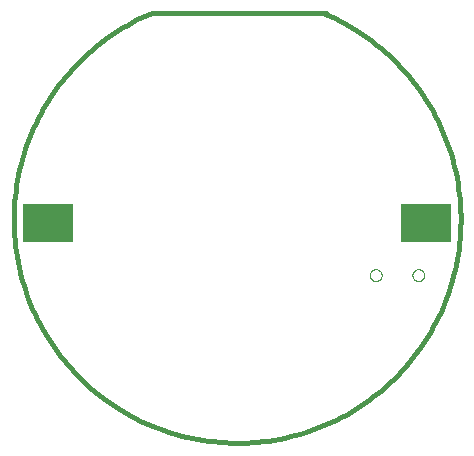
<source format=gbp>
G75*
%MOIN*%
%OFA0B0*%
%FSLAX25Y25*%
%IPPOS*%
%LPD*%
%AMOC8*
5,1,8,0,0,1.08239X$1,22.5*
%
%ADD10C,0.01600*%
%ADD11R,0.17000X0.12800*%
%ADD12C,0.00000*%
D10*
X0059923Y0145895D02*
X0058243Y0145181D01*
X0056581Y0144427D01*
X0054938Y0143632D01*
X0053314Y0142797D01*
X0051712Y0141922D01*
X0050132Y0141008D01*
X0048574Y0140056D01*
X0047041Y0139066D01*
X0045532Y0138039D01*
X0044048Y0136975D01*
X0042591Y0135875D01*
X0041162Y0134740D01*
X0039761Y0133569D01*
X0038389Y0132365D01*
X0037047Y0131128D01*
X0035735Y0129858D01*
X0034455Y0128557D01*
X0033208Y0127224D01*
X0031993Y0125861D01*
X0030812Y0124469D01*
X0029666Y0123048D01*
X0028555Y0121600D01*
X0027480Y0120125D01*
X0026441Y0118624D01*
X0025439Y0117098D01*
X0024475Y0115548D01*
X0023549Y0113974D01*
X0022662Y0112379D01*
X0021815Y0110762D01*
X0021007Y0109125D01*
X0020240Y0107469D01*
X0019513Y0105794D01*
X0018828Y0104102D01*
X0018185Y0102394D01*
X0017583Y0100670D01*
X0017024Y0098933D01*
X0016508Y0097182D01*
X0016035Y0095419D01*
X0015605Y0093644D01*
X0015218Y0091860D01*
X0014876Y0090067D01*
X0014578Y0088266D01*
X0014324Y0086459D01*
X0014114Y0084645D01*
X0013949Y0082827D01*
X0013828Y0081006D01*
X0013752Y0079182D01*
X0013721Y0077357D01*
X0013734Y0075531D01*
X0013793Y0073707D01*
X0013896Y0071884D01*
X0014043Y0070065D01*
X0014235Y0068249D01*
X0014472Y0066439D01*
X0014753Y0064636D01*
X0015078Y0062839D01*
X0015447Y0061052D01*
X0015860Y0059273D01*
X0016316Y0057506D01*
X0016815Y0055750D01*
X0017357Y0054007D01*
X0017942Y0052278D01*
X0018569Y0050563D01*
X0019238Y0048865D01*
X0019948Y0047183D01*
X0020699Y0045519D01*
X0021491Y0043874D01*
X0022323Y0042249D01*
X0023194Y0040645D01*
X0024105Y0039063D01*
X0025054Y0037504D01*
X0026040Y0035968D01*
X0027065Y0034457D01*
X0028126Y0032972D01*
X0029223Y0031513D01*
X0030355Y0030081D01*
X0031523Y0028677D01*
X0032724Y0027303D01*
X0033958Y0025958D01*
X0035226Y0024644D01*
X0036525Y0023362D01*
X0037855Y0022112D01*
X0039215Y0020894D01*
X0040605Y0019711D01*
X0042023Y0018562D01*
X0043469Y0017448D01*
X0044942Y0016369D01*
X0046441Y0015327D01*
X0047965Y0014323D01*
X0049513Y0013355D01*
X0051085Y0012427D01*
X0052679Y0011536D01*
X0054294Y0010686D01*
X0055929Y0009875D01*
X0057584Y0009104D01*
X0059257Y0008374D01*
X0060948Y0007686D01*
X0062655Y0007039D01*
X0064377Y0006434D01*
X0066114Y0005871D01*
X0067864Y0005351D01*
X0069626Y0004875D01*
X0071399Y0004441D01*
X0073182Y0004051D01*
X0074975Y0003705D01*
X0076775Y0003403D01*
X0078582Y0003146D01*
X0080395Y0002932D01*
X0082213Y0002763D01*
X0084034Y0002639D01*
X0085858Y0002560D01*
X0087683Y0002525D01*
X0089508Y0002535D01*
X0091333Y0002589D01*
X0093156Y0002689D01*
X0094976Y0002832D01*
X0096791Y0003021D01*
X0098602Y0003254D01*
X0100406Y0003531D01*
X0102203Y0003853D01*
X0103992Y0004218D01*
X0105771Y0004627D01*
X0107539Y0005080D01*
X0109296Y0005575D01*
X0111040Y0006114D01*
X0112771Y0006695D01*
X0114486Y0007319D01*
X0116186Y0007984D01*
X0117869Y0008691D01*
X0119534Y0009439D01*
X0121181Y0010227D01*
X0122807Y0011056D01*
X0124413Y0011924D01*
X0125997Y0012832D01*
X0127558Y0013777D01*
X0129096Y0014761D01*
X0130609Y0015782D01*
X0132097Y0016840D01*
X0133558Y0017935D01*
X0134992Y0019064D01*
X0136398Y0020229D01*
X0137775Y0021427D01*
X0139122Y0022659D01*
X0140438Y0023924D01*
X0141723Y0025220D01*
X0142976Y0026548D01*
X0144196Y0027906D01*
X0145383Y0029293D01*
X0146535Y0030709D01*
X0147652Y0032153D01*
X0148733Y0033624D01*
X0149778Y0035121D01*
X0150786Y0036643D01*
X0151756Y0038189D01*
X0152688Y0039758D01*
X0153581Y0041350D01*
X0154435Y0042964D01*
X0155249Y0044598D01*
X0156023Y0046251D01*
X0156757Y0047923D01*
X0157449Y0049612D01*
X0158099Y0051318D01*
X0158707Y0053039D01*
X0159273Y0054774D01*
X0159797Y0056523D01*
X0160277Y0058284D01*
X0160714Y0060057D01*
X0161107Y0061839D01*
X0161457Y0063631D01*
X0161762Y0065430D01*
X0162024Y0067237D01*
X0162241Y0069050D01*
X0162413Y0070867D01*
X0162541Y0072688D01*
X0162625Y0074511D01*
X0162663Y0076337D01*
X0162657Y0078162D01*
X0162606Y0079987D01*
X0162510Y0081810D01*
X0162370Y0083630D01*
X0162185Y0085446D01*
X0161956Y0087257D01*
X0161682Y0089062D01*
X0161364Y0090859D01*
X0161003Y0092649D01*
X0160597Y0094428D01*
X0160148Y0096198D01*
X0159656Y0097956D01*
X0159121Y0099701D01*
X0158543Y0101432D01*
X0157923Y0103149D01*
X0157261Y0104851D01*
X0156557Y0106535D01*
X0155813Y0108202D01*
X0155028Y0109850D01*
X0154202Y0111478D01*
X0153337Y0113086D01*
X0152433Y0114671D01*
X0151490Y0116235D01*
X0150510Y0117774D01*
X0149491Y0119289D01*
X0148436Y0120779D01*
X0147345Y0122242D01*
X0146218Y0123679D01*
X0145057Y0125087D01*
X0143861Y0126466D01*
X0142632Y0127816D01*
X0141370Y0129135D01*
X0140076Y0130422D01*
X0138751Y0131678D01*
X0137396Y0132901D01*
X0136011Y0134090D01*
X0134597Y0135245D01*
X0133155Y0136365D01*
X0131687Y0137449D01*
X0130192Y0138497D01*
X0128672Y0139508D01*
X0127128Y0140481D01*
X0125560Y0141416D01*
X0123970Y0142313D01*
X0122358Y0143170D01*
X0120726Y0143987D01*
X0119074Y0144765D01*
X0117404Y0145501D01*
X0117798Y0145894D02*
X0059924Y0145894D01*
D11*
X0025081Y0075737D03*
X0151066Y0075737D03*
D12*
X0146616Y0058375D02*
X0146618Y0058463D01*
X0146624Y0058551D01*
X0146634Y0058639D01*
X0146648Y0058727D01*
X0146665Y0058813D01*
X0146687Y0058899D01*
X0146712Y0058983D01*
X0146742Y0059067D01*
X0146774Y0059149D01*
X0146811Y0059229D01*
X0146851Y0059308D01*
X0146895Y0059385D01*
X0146942Y0059460D01*
X0146992Y0059532D01*
X0147046Y0059603D01*
X0147102Y0059670D01*
X0147162Y0059736D01*
X0147224Y0059798D01*
X0147290Y0059858D01*
X0147357Y0059914D01*
X0147428Y0059968D01*
X0147500Y0060018D01*
X0147575Y0060065D01*
X0147652Y0060109D01*
X0147731Y0060149D01*
X0147811Y0060186D01*
X0147893Y0060218D01*
X0147977Y0060248D01*
X0148061Y0060273D01*
X0148147Y0060295D01*
X0148233Y0060312D01*
X0148321Y0060326D01*
X0148409Y0060336D01*
X0148497Y0060342D01*
X0148585Y0060344D01*
X0148673Y0060342D01*
X0148761Y0060336D01*
X0148849Y0060326D01*
X0148937Y0060312D01*
X0149023Y0060295D01*
X0149109Y0060273D01*
X0149193Y0060248D01*
X0149277Y0060218D01*
X0149359Y0060186D01*
X0149439Y0060149D01*
X0149518Y0060109D01*
X0149595Y0060065D01*
X0149670Y0060018D01*
X0149742Y0059968D01*
X0149813Y0059914D01*
X0149880Y0059858D01*
X0149946Y0059798D01*
X0150008Y0059736D01*
X0150068Y0059670D01*
X0150124Y0059603D01*
X0150178Y0059532D01*
X0150228Y0059460D01*
X0150275Y0059385D01*
X0150319Y0059308D01*
X0150359Y0059229D01*
X0150396Y0059149D01*
X0150428Y0059067D01*
X0150458Y0058983D01*
X0150483Y0058899D01*
X0150505Y0058813D01*
X0150522Y0058727D01*
X0150536Y0058639D01*
X0150546Y0058551D01*
X0150552Y0058463D01*
X0150554Y0058375D01*
X0150552Y0058287D01*
X0150546Y0058199D01*
X0150536Y0058111D01*
X0150522Y0058023D01*
X0150505Y0057937D01*
X0150483Y0057851D01*
X0150458Y0057767D01*
X0150428Y0057683D01*
X0150396Y0057601D01*
X0150359Y0057521D01*
X0150319Y0057442D01*
X0150275Y0057365D01*
X0150228Y0057290D01*
X0150178Y0057218D01*
X0150124Y0057147D01*
X0150068Y0057080D01*
X0150008Y0057014D01*
X0149946Y0056952D01*
X0149880Y0056892D01*
X0149813Y0056836D01*
X0149742Y0056782D01*
X0149670Y0056732D01*
X0149595Y0056685D01*
X0149518Y0056641D01*
X0149439Y0056601D01*
X0149359Y0056564D01*
X0149277Y0056532D01*
X0149193Y0056502D01*
X0149109Y0056477D01*
X0149023Y0056455D01*
X0148937Y0056438D01*
X0148849Y0056424D01*
X0148761Y0056414D01*
X0148673Y0056408D01*
X0148585Y0056406D01*
X0148497Y0056408D01*
X0148409Y0056414D01*
X0148321Y0056424D01*
X0148233Y0056438D01*
X0148147Y0056455D01*
X0148061Y0056477D01*
X0147977Y0056502D01*
X0147893Y0056532D01*
X0147811Y0056564D01*
X0147731Y0056601D01*
X0147652Y0056641D01*
X0147575Y0056685D01*
X0147500Y0056732D01*
X0147428Y0056782D01*
X0147357Y0056836D01*
X0147290Y0056892D01*
X0147224Y0056952D01*
X0147162Y0057014D01*
X0147102Y0057080D01*
X0147046Y0057147D01*
X0146992Y0057218D01*
X0146942Y0057290D01*
X0146895Y0057365D01*
X0146851Y0057442D01*
X0146811Y0057521D01*
X0146774Y0057601D01*
X0146742Y0057683D01*
X0146712Y0057767D01*
X0146687Y0057851D01*
X0146665Y0057937D01*
X0146648Y0058023D01*
X0146634Y0058111D01*
X0146624Y0058199D01*
X0146618Y0058287D01*
X0146616Y0058375D01*
X0132443Y0058375D02*
X0132445Y0058463D01*
X0132451Y0058551D01*
X0132461Y0058639D01*
X0132475Y0058727D01*
X0132492Y0058813D01*
X0132514Y0058899D01*
X0132539Y0058983D01*
X0132569Y0059067D01*
X0132601Y0059149D01*
X0132638Y0059229D01*
X0132678Y0059308D01*
X0132722Y0059385D01*
X0132769Y0059460D01*
X0132819Y0059532D01*
X0132873Y0059603D01*
X0132929Y0059670D01*
X0132989Y0059736D01*
X0133051Y0059798D01*
X0133117Y0059858D01*
X0133184Y0059914D01*
X0133255Y0059968D01*
X0133327Y0060018D01*
X0133402Y0060065D01*
X0133479Y0060109D01*
X0133558Y0060149D01*
X0133638Y0060186D01*
X0133720Y0060218D01*
X0133804Y0060248D01*
X0133888Y0060273D01*
X0133974Y0060295D01*
X0134060Y0060312D01*
X0134148Y0060326D01*
X0134236Y0060336D01*
X0134324Y0060342D01*
X0134412Y0060344D01*
X0134500Y0060342D01*
X0134588Y0060336D01*
X0134676Y0060326D01*
X0134764Y0060312D01*
X0134850Y0060295D01*
X0134936Y0060273D01*
X0135020Y0060248D01*
X0135104Y0060218D01*
X0135186Y0060186D01*
X0135266Y0060149D01*
X0135345Y0060109D01*
X0135422Y0060065D01*
X0135497Y0060018D01*
X0135569Y0059968D01*
X0135640Y0059914D01*
X0135707Y0059858D01*
X0135773Y0059798D01*
X0135835Y0059736D01*
X0135895Y0059670D01*
X0135951Y0059603D01*
X0136005Y0059532D01*
X0136055Y0059460D01*
X0136102Y0059385D01*
X0136146Y0059308D01*
X0136186Y0059229D01*
X0136223Y0059149D01*
X0136255Y0059067D01*
X0136285Y0058983D01*
X0136310Y0058899D01*
X0136332Y0058813D01*
X0136349Y0058727D01*
X0136363Y0058639D01*
X0136373Y0058551D01*
X0136379Y0058463D01*
X0136381Y0058375D01*
X0136379Y0058287D01*
X0136373Y0058199D01*
X0136363Y0058111D01*
X0136349Y0058023D01*
X0136332Y0057937D01*
X0136310Y0057851D01*
X0136285Y0057767D01*
X0136255Y0057683D01*
X0136223Y0057601D01*
X0136186Y0057521D01*
X0136146Y0057442D01*
X0136102Y0057365D01*
X0136055Y0057290D01*
X0136005Y0057218D01*
X0135951Y0057147D01*
X0135895Y0057080D01*
X0135835Y0057014D01*
X0135773Y0056952D01*
X0135707Y0056892D01*
X0135640Y0056836D01*
X0135569Y0056782D01*
X0135497Y0056732D01*
X0135422Y0056685D01*
X0135345Y0056641D01*
X0135266Y0056601D01*
X0135186Y0056564D01*
X0135104Y0056532D01*
X0135020Y0056502D01*
X0134936Y0056477D01*
X0134850Y0056455D01*
X0134764Y0056438D01*
X0134676Y0056424D01*
X0134588Y0056414D01*
X0134500Y0056408D01*
X0134412Y0056406D01*
X0134324Y0056408D01*
X0134236Y0056414D01*
X0134148Y0056424D01*
X0134060Y0056438D01*
X0133974Y0056455D01*
X0133888Y0056477D01*
X0133804Y0056502D01*
X0133720Y0056532D01*
X0133638Y0056564D01*
X0133558Y0056601D01*
X0133479Y0056641D01*
X0133402Y0056685D01*
X0133327Y0056732D01*
X0133255Y0056782D01*
X0133184Y0056836D01*
X0133117Y0056892D01*
X0133051Y0056952D01*
X0132989Y0057014D01*
X0132929Y0057080D01*
X0132873Y0057147D01*
X0132819Y0057218D01*
X0132769Y0057290D01*
X0132722Y0057365D01*
X0132678Y0057442D01*
X0132638Y0057521D01*
X0132601Y0057601D01*
X0132569Y0057683D01*
X0132539Y0057767D01*
X0132514Y0057851D01*
X0132492Y0057937D01*
X0132475Y0058023D01*
X0132461Y0058111D01*
X0132451Y0058199D01*
X0132445Y0058287D01*
X0132443Y0058375D01*
M02*

</source>
